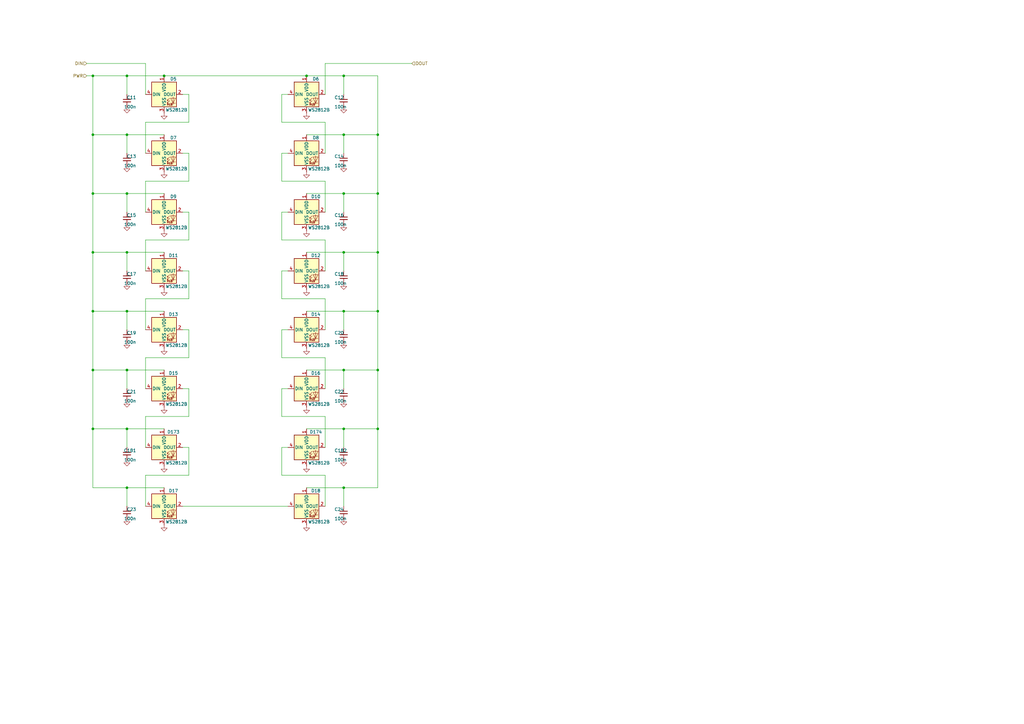
<source format=kicad_sch>
(kicad_sch (version 20230121) (generator eeschema)
  (paper "A3")
  (junction (at 154.94 79.375))
  (junction (at 140.97 31.115))
  (junction (at 52.07 175.895))
  (junction (at 154.94 175.895))
  (junction (at 52.07 103.505))
  (junction (at 140.97 55.245))
  (junction (at 67.31 31.115))
  (junction (at 140.97 79.375))
  (junction (at 52.07 31.115))
  (junction (at 52.07 127.635))
  (junction (at 140.97 175.895))
  (junction (at 38.1 175.895))
  (junction (at 38.1 31.115))
  (junction (at 154.94 127.635))
  (junction (at 140.97 127.635))
  (junction (at 52.07 79.375))
  (junction (at 154.94 103.505))
  (junction (at 38.1 127.635))
  (junction (at 38.1 55.245))
  (junction (at 52.07 55.245))
  (junction (at 140.97 200.025))
  (junction (at 140.97 151.765))
  (junction (at 38.1 151.765))
  (junction (at 38.1 103.505))
  (junction (at 140.97 103.505))
  (junction (at 52.07 200.025))
  (junction (at 154.94 151.765))
  (junction (at 125.73 31.115))
  (junction (at 52.07 151.765))
  (junction (at 154.94 55.245))
  (junction (at 38.1 79.375))
  (wire (pts (xy 38.1 31.115) (xy 38.1 55.245)))
  (wire (pts (xy 74.93 86.995) (xy 77.47 86.995)))
  (wire (pts (xy 118.11 183.515) (xy 115.57 183.515)))
  (wire (pts (xy 38.1 175.895) (xy 38.1 200.025)))
  (wire (pts (xy 154.94 103.505) (xy 140.97 103.505)))
  (wire (pts (xy 118.11 111.125) (xy 115.57 111.125)))
  (wire (pts (xy 140.97 200.025) (xy 140.97 207.645)))
  (wire (pts (xy 59.69 98.425) (xy 77.47 98.425)))
  (wire (pts (xy 59.69 194.945) (xy 77.47 194.945)))
  (wire (pts (xy 74.93 135.255) (xy 77.47 135.255)))
  (wire (pts (xy 140.97 103.505) (xy 125.73 103.505)))
  (wire (pts (xy 133.35 62.865) (xy 133.35 50.165)))
  (wire (pts (xy 140.97 79.375) (xy 125.73 79.375)))
  (wire (pts (xy 140.97 31.115) (xy 140.97 38.735)))
  (wire (pts (xy 52.07 127.635) (xy 67.31 127.635)))
  (wire (pts (xy 74.93 62.865) (xy 77.47 62.865)))
  (wire (pts (xy 154.94 200.025) (xy 140.97 200.025)))
  (wire (pts (xy 38.1 55.245) (xy 38.1 79.375)))
  (wire (pts (xy 77.47 50.165) (xy 77.47 38.735)))
  (wire (pts (xy 59.69 159.385) (xy 59.69 146.685)))
  (wire (pts (xy 154.94 127.635) (xy 154.94 151.765)))
  (wire (pts (xy 38.1 151.765) (xy 52.07 151.765)))
  (wire (pts (xy 52.07 200.025) (xy 67.31 200.025)))
  (wire (pts (xy 133.35 183.515) (xy 133.35 170.815)))
  (wire (pts (xy 140.97 79.375) (xy 140.97 86.995)))
  (wire (pts (xy 154.94 175.895) (xy 140.97 175.895)))
  (wire (pts (xy 59.69 135.255) (xy 59.69 122.555)))
  (wire (pts (xy 77.47 170.815) (xy 77.47 159.385)))
  (wire (pts (xy 133.35 50.165) (xy 115.57 50.165)))
  (wire (pts (xy 74.93 159.385) (xy 77.47 159.385)))
  (wire (pts (xy 133.35 146.685) (xy 115.57 146.685)))
  (wire (pts (xy 115.57 146.685) (xy 115.57 135.255)))
  (wire (pts (xy 118.11 135.255) (xy 115.57 135.255)))
  (wire (pts (xy 140.97 200.025) (xy 125.73 200.025)))
  (wire (pts (xy 140.97 151.765) (xy 140.97 159.385)))
  (wire (pts (xy 77.47 146.685) (xy 77.47 135.255)))
  (wire (pts (xy 52.07 200.025) (xy 52.07 207.645)))
  (wire (pts (xy 52.07 151.765) (xy 52.07 159.385)))
  (wire (pts (xy 52.07 55.245) (xy 52.07 62.865)))
  (wire (pts (xy 38.1 55.245) (xy 52.07 55.245)))
  (wire (pts (xy 38.1 79.375) (xy 38.1 103.505)))
  (wire (pts (xy 67.31 31.115) (xy 125.73 31.115)))
  (wire (pts (xy 38.1 175.895) (xy 52.07 175.895)))
  (wire (pts (xy 77.47 74.295) (xy 77.47 62.865)))
  (wire (pts (xy 52.07 175.895) (xy 67.31 175.895)))
  (wire (pts (xy 140.97 103.505) (xy 140.97 111.125)))
  (wire (pts (xy 140.97 31.115) (xy 125.73 31.115)))
  (wire (pts (xy 52.07 151.765) (xy 67.31 151.765)))
  (wire (pts (xy 59.69 74.295) (xy 77.47 74.295)))
  (wire (pts (xy 140.97 127.635) (xy 140.97 135.255)))
  (wire (pts (xy 38.1 200.025) (xy 52.07 200.025)))
  (wire (pts (xy 154.94 31.115) (xy 140.97 31.115)))
  (wire (pts (xy 140.97 55.245) (xy 140.97 62.865)))
  (wire (pts (xy 115.57 122.555) (xy 115.57 111.125)))
  (wire (pts (xy 140.97 127.635) (xy 125.73 127.635)))
  (wire (pts (xy 133.35 207.645) (xy 133.35 194.945)))
  (wire (pts (xy 38.1 103.505) (xy 52.07 103.505)))
  (wire (pts (xy 77.47 194.945) (xy 77.47 183.515)))
  (wire (pts (xy 154.94 79.375) (xy 154.94 103.505)))
  (wire (pts (xy 52.07 103.505) (xy 52.07 111.125)))
  (wire (pts (xy 154.94 127.635) (xy 140.97 127.635)))
  (wire (pts (xy 38.1 79.375) (xy 52.07 79.375)))
  (wire (pts (xy 59.69 111.125) (xy 59.69 98.425)))
  (wire (pts (xy 140.97 175.895) (xy 140.97 183.515)))
  (wire (pts (xy 118.11 86.995) (xy 115.57 86.995)))
  (wire (pts (xy 52.07 127.635) (xy 52.07 135.255)))
  (wire (pts (xy 52.07 31.115) (xy 52.07 38.735)))
  (wire (pts (xy 74.93 183.515) (xy 77.47 183.515)))
  (wire (pts (xy 52.07 55.245) (xy 67.31 55.245)))
  (wire (pts (xy 133.35 26.035) (xy 168.91 26.035)))
  (wire (pts (xy 52.07 31.115) (xy 67.31 31.115)))
  (wire (pts (xy 59.69 38.735) (xy 59.69 26.035)))
  (wire (pts (xy 38.1 103.505) (xy 38.1 127.635)))
  (wire (pts (xy 154.94 103.505) (xy 154.94 127.635)))
  (wire (pts (xy 133.35 170.815) (xy 115.57 170.815)))
  (wire (pts (xy 115.57 194.945) (xy 115.57 183.515)))
  (wire (pts (xy 74.93 38.735) (xy 77.47 38.735)))
  (wire (pts (xy 118.11 38.735) (xy 115.57 38.735)))
  (wire (pts (xy 52.07 79.375) (xy 67.31 79.375)))
  (wire (pts (xy 133.35 38.735) (xy 133.35 26.035)))
  (wire (pts (xy 115.57 74.295) (xy 115.57 62.865)))
  (wire (pts (xy 133.35 86.995) (xy 133.35 74.295)))
  (wire (pts (xy 133.35 122.555) (xy 115.57 122.555)))
  (wire (pts (xy 77.47 98.425) (xy 77.47 86.995)))
  (wire (pts (xy 133.35 74.295) (xy 115.57 74.295)))
  (wire (pts (xy 59.69 146.685) (xy 77.47 146.685)))
  (wire (pts (xy 133.35 159.385) (xy 133.35 146.685)))
  (wire (pts (xy 35.56 31.115) (xy 38.1 31.115)))
  (wire (pts (xy 77.47 122.555) (xy 77.47 111.125)))
  (wire (pts (xy 115.57 98.425) (xy 115.57 86.995)))
  (wire (pts (xy 52.07 103.505) (xy 67.31 103.505)))
  (wire (pts (xy 133.35 194.945) (xy 115.57 194.945)))
  (wire (pts (xy 52.07 175.895) (xy 52.07 183.515)))
  (wire (pts (xy 38.1 127.635) (xy 52.07 127.635)))
  (wire (pts (xy 140.97 175.895) (xy 125.73 175.895)))
  (wire (pts (xy 154.94 31.115) (xy 154.94 55.245)))
  (wire (pts (xy 154.94 151.765) (xy 140.97 151.765)))
  (wire (pts (xy 133.35 135.255) (xy 133.35 122.555)))
  (wire (pts (xy 154.94 151.765) (xy 154.94 175.895)))
  (wire (pts (xy 59.69 170.815) (xy 77.47 170.815)))
  (wire (pts (xy 154.94 79.375) (xy 140.97 79.375)))
  (wire (pts (xy 133.35 98.425) (xy 115.57 98.425)))
  (wire (pts (xy 74.93 111.125) (xy 77.47 111.125)))
  (wire (pts (xy 59.69 50.165) (xy 77.47 50.165)))
  (wire (pts (xy 154.94 55.245) (xy 140.97 55.245)))
  (wire (pts (xy 115.57 50.165) (xy 115.57 38.735)))
  (wire (pts (xy 118.11 62.865) (xy 115.57 62.865)))
  (wire (pts (xy 38.1 151.765) (xy 38.1 175.895)))
  (wire (pts (xy 115.57 170.815) (xy 115.57 159.385)))
  (wire (pts (xy 38.1 127.635) (xy 38.1 151.765)))
  (wire (pts (xy 154.94 55.245) (xy 154.94 79.375)))
  (wire (pts (xy 59.69 122.555) (xy 77.47 122.555)))
  (wire (pts (xy 154.94 175.895) (xy 154.94 200.025)))
  (wire (pts (xy 140.97 151.765) (xy 125.73 151.765)))
  (wire (pts (xy 59.69 86.995) (xy 59.69 74.295)))
  (wire (pts (xy 74.93 207.645) (xy 118.11 207.645)))
  (wire (pts (xy 59.69 207.645) (xy 59.69 194.945)))
  (wire (pts (xy 35.56 26.035) (xy 59.69 26.035)))
  (wire (pts (xy 118.11 159.385) (xy 115.57 159.385)))
  (wire (pts (xy 59.69 62.865) (xy 59.69 50.165)))
  (wire (pts (xy 140.97 55.245) (xy 125.73 55.245)))
  (wire (pts (xy 133.35 111.125) (xy 133.35 98.425)))
  (wire (pts (xy 59.69 183.515) (xy 59.69 170.815)))
  (wire (pts (xy 52.07 79.375) (xy 52.07 86.995)))
  (wire (pts (xy 38.1 31.115) (xy 52.07 31.115)))
  (hierarchical_label "DIN" (shape input) (at 35.56 26.035 180))
  (hierarchical_label "PWR" (shape input) (at 35.56 31.115 180))
  (hierarchical_label "DOUT" (shape input) (at 168.91 26.035 0))
  (symbol (lib_name "GND_29") (lib_id "power:GND") (at 52.07 140.335 0) (mirror y) (unit 1)
    (property "Reference" "#PWR0145" (effects hide))
    (property "Value" "GND" (effects hide))
    (instances (project "CyberBadge" (path "" (reference "#PWR0145") (unit 1)) (path "" (reference "#PWR0265") (unit 1)) (path "" (reference "#PWR0377") (unit 1)) (path "" (reference "#PWR0546") (unit 1)) (path "" (reference "#PWR0181") (unit 1)) (path "" (reference "#PWR0293") (unit 1)) (path "" (reference "#PWR0405") (unit 1)) (path "" (reference "#PWR0578") (unit 1)) (path "" (reference "#PWR0209") (unit 1)) (path "" (reference "#PWR0321") (unit 1)) (path "" (reference "#PWR0441") (unit 1)) (path "" (reference "#PWR0610") (unit 1)) (path "" (reference "#PWR0237") (unit 1)) (path "" (reference "#PWR0349") (unit 1)) (path "" (reference "#PWR0469") (unit 1)) (path "" (reference "#PWR0642") (unit 1))))
  )
  (symbol (lib_id "Device:C_Small") (at 140.97 41.275 0) (unit 1)
    (property "Reference" "C12" (at 137.16 40.005 0) (effects (justify left)))
    (property "Value" "100n" (at 137.16 43.815 0) (effects (justify left)))
    (property "Footprint" "Capacitor_SMD:C_0201_0603Metric" (effects hide))
    (instances (project "CyberBadge" (path "" (reference "C12") (unit 1)) (path "" (reference "C68") (unit 1)) (path "" (reference "C124") (unit 1)) (path "" (reference "C206") (unit 1)) (path "" (reference "C26") (unit 1)) (path "" (reference "C82") (unit 1)) (path "" (reference "C138") (unit 1)) (path "" (reference "C222") (unit 1)) (path "" (reference "C40") (unit 1)) (path "" (reference "C96") (unit 1)) (path "" (reference "C152") (unit 1)) (path "" (reference "C238") (unit 1)) (path "" (reference "C54") (unit 1)) (path "" (reference "C110") (unit 1)) (path "" (reference "C166") (unit 1)) (path "" (reference "C254") (unit 1))))
  )
  (symbol (lib_name "GND_29") (lib_id "power:GND") (at 125.73 70.485 0) (unit 1)
    (property "Reference" "#PWR0163" (effects hide))
    (property "Value" "GND" (effects hide))
    (instances (project "CyberBadge" (path "" (reference "#PWR0163") (unit 1)) (path "" (reference "#PWR0283") (unit 1)) (path "" (reference "#PWR0395") (unit 1)) (path "" (reference "#PWR0551") (unit 1)) (path "" (reference "#PWR0199") (unit 1)) (path "" (reference "#PWR0311") (unit 1)) (path "" (reference "#PWR0423") (unit 1)) (path "" (reference "#PWR0583") (unit 1)) (path "" (reference "#PWR0227") (unit 1)) (path "" (reference "#PWR0339") (unit 1)) (path "" (reference "#PWR0453") (unit 1)) (path "" (reference "#PWR0615") (unit 1)) (path "" (reference "#PWR0255") (unit 1)) (path "" (reference "#PWR0367") (unit 1)) (path "" (reference "#PWR0481") (unit 1)) (path "" (reference "#PWR0647") (unit 1))))
  )
  (symbol (lib_id "Device:C_Small") (at 140.97 161.925 0) (unit 1)
    (property "Reference" "C22" (at 137.16 160.655 0) (effects (justify left)))
    (property "Value" "100n" (at 137.16 164.465 0) (effects (justify left)))
    (property "Footprint" "Capacitor_SMD:C_0201_0603Metric" (effects hide))
    (instances (project "CyberBadge" (path "" (reference "C22") (unit 1)) (path "" (reference "C78") (unit 1)) (path "" (reference "C134") (unit 1)) (path "" (reference "C216") (unit 1)) (path "" (reference "C36") (unit 1)) (path "" (reference "C92") (unit 1)) (path "" (reference "C148") (unit 1)) (path "" (reference "C232") (unit 1)) (path "" (reference "C50") (unit 1)) (path "" (reference "C106") (unit 1)) (path "" (reference "C162") (unit 1)) (path "" (reference "C248") (unit 1)) (path "" (reference "C64") (unit 1)) (path "" (reference "C120") (unit 1)) (path "" (reference "C176") (unit 1)) (path "" (reference "C264") (unit 1))))
  )
  (symbol (lib_id "Device:C_Small") (at 140.97 186.055 0) (unit 1)
    (property "Reference" "C182" (at 137.16 184.785 0) (effects (justify left)))
    (property "Value" "100n" (at 137.16 188.595 0) (effects (justify left)))
    (property "Footprint" "Capacitor_SMD:C_0201_0603Metric" (effects hide))
    (instances (project "CyberBadge" (path "" (reference "C182") (unit 1)) (path "" (reference "C190") (unit 1)) (path "" (reference "C198") (unit 1)) (path "" (reference "C218") (unit 1)) (path "" (reference "C184") (unit 1)) (path "" (reference "C192") (unit 1)) (path "" (reference "C200") (unit 1)) (path "" (reference "C234") (unit 1)) (path "" (reference "C186") (unit 1)) (path "" (reference "C194") (unit 1)) (path "" (reference "C202") (unit 1)) (path "" (reference "C250") (unit 1)) (path "" (reference "C188") (unit 1)) (path "" (reference "C196") (unit 1)) (path "" (reference "C204") (unit 1)) (path "" (reference "C266") (unit 1))))
  )
  (symbol (lib_id "Device:C_Small") (at 52.07 161.925 0) (mirror y) (unit 1)
    (property "Reference" "C21" (at 55.88 160.655 0) (effects (justify left)))
    (property "Value" "100n" (at 55.88 164.465 0) (effects (justify left)))
    (property "Footprint" "Capacitor_SMD:C_0201_0603Metric" (effects hide))
    (instances (project "CyberBadge" (path "" (reference "C21") (unit 1)) (path "" (reference "C77") (unit 1)) (path "" (reference "C133") (unit 1)) (path "" (reference "C215") (unit 1)) (path "" (reference "C35") (unit 1)) (path "" (reference "C91") (unit 1)) (path "" (reference "C147") (unit 1)) (path "" (reference "C231") (unit 1)) (path "" (reference "C49") (unit 1)) (path "" (reference "C105") (unit 1)) (path "" (reference "C161") (unit 1)) (path "" (reference "C247") (unit 1)) (path "" (reference "C63") (unit 1)) (path "" (reference "C119") (unit 1)) (path "" (reference "C175") (unit 1)) (path "" (reference "C263") (unit 1))))
  )
  (symbol (lib_name "GND_29") (lib_id "power:GND") (at 52.07 164.465 0) (mirror y) (unit 1)
    (property "Reference" "#PWR0151" (effects hide))
    (property "Value" "GND" (effects hide))
    (instances (project "CyberBadge" (path "" (reference "#PWR0151") (unit 1)) (path "" (reference "#PWR0271") (unit 1)) (path "" (reference "#PWR0383") (unit 1)) (path "" (reference "#PWR0558") (unit 1)) (path "" (reference "#PWR0187") (unit 1)) (path "" (reference "#PWR0299") (unit 1)) (path "" (reference "#PWR0411") (unit 1)) (path "" (reference "#PWR0590") (unit 1)) (path "" (reference "#PWR0215") (unit 1)) (path "" (reference "#PWR0327") (unit 1)) (path "" (reference "#PWR0440") (unit 1)) (path "" (reference "#PWR0622") (unit 1)) (path "" (reference "#PWR0243") (unit 1)) (path "" (reference "#PWR0355") (unit 1)) (path "" (reference "#PWR0468") (unit 1)) (path "" (reference "#PWR0654") (unit 1))))
  )
  (symbol (lib_name "GND_29") (lib_id "power:GND") (at 67.31 142.875 0) (unit 1)
    (property "Reference" "#PWR0146" (effects hide))
    (property "Value" "GND" (effects hide))
    (instances (project "CyberBadge" (path "" (reference "#PWR0146") (unit 1)) (path "" (reference "#PWR0266") (unit 1)) (path "" (reference "#PWR0378") (unit 1)) (path "" (reference "#PWR0544") (unit 1)) (path "" (reference "#PWR0182") (unit 1)) (path "" (reference "#PWR0294") (unit 1)) (path "" (reference "#PWR0406") (unit 1)) (path "" (reference "#PWR0576") (unit 1)) (path "" (reference "#PWR0210") (unit 1)) (path "" (reference "#PWR0322") (unit 1)) (path "" (reference "#PWR0435") (unit 1)) (path "" (reference "#PWR0608") (unit 1)) (path "" (reference "#PWR0238") (unit 1)) (path "" (reference "#PWR0350") (unit 1)) (path "" (reference "#PWR0463") (unit 1)) (path "" (reference "#PWR0640") (unit 1))))
  )
  (symbol (lib_id "Device:C_Small") (at 140.97 137.795 0) (unit 1)
    (property "Reference" "C20" (at 137.16 136.525 0) (effects (justify left)))
    (property "Value" "100n" (at 137.16 140.335 0) (effects (justify left)))
    (property "Footprint" "Capacitor_SMD:C_0201_0603Metric" (effects hide))
    (instances (project "CyberBadge" (path "" (reference "C20") (unit 1)) (path "" (reference "C76") (unit 1)) (path "" (reference "C132") (unit 1)) (path "" (reference "C214") (unit 1)) (path "" (reference "C34") (unit 1)) (path "" (reference "C90") (unit 1)) (path "" (reference "C146") (unit 1)) (path "" (reference "C230") (unit 1)) (path "" (reference "C48") (unit 1)) (path "" (reference "C104") (unit 1)) (path "" (reference "C160") (unit 1)) (path "" (reference "C246") (unit 1)) (path "" (reference "C62") (unit 1)) (path "" (reference "C118") (unit 1)) (path "" (reference "C174") (unit 1)) (path "" (reference "C262") (unit 1))))
  )
  (symbol (lib_id "LED:WS2812B") (at 67.31 62.865 0) (unit 1)
    (property "Reference" "D7" (at 71.12 56.515 0))
    (property "Value" "WS2812B" (at 72.39 69.215 0))
    (property "Footprint" "Critbit_lib:LED_WS2812B-2020_pinsRenumbered" (effects hide))
    (property "Datasheet" "https://cdn-shop.adafruit.com/datasheets/WS2812B.pdf" (effects hide))
    (instances (project "CyberBadge" (path "" (reference "D7") (unit 1)) (path "" (reference "D63") (unit 1)) (path "" (reference "D119") (unit 1)) (path "" (reference "D199") (unit 1)) (path "" (reference "D21") (unit 1)) (path "" (reference "D77") (unit 1)) (path "" (reference "D133") (unit 1)) (path "" (reference "D215") (unit 1)) (path "" (reference "D35") (unit 1)) (path "" (reference "D91") (unit 1)) (path "" (reference "D147") (unit 1)) (path "" (reference "D231") (unit 1)) (path "" (reference "D49") (unit 1)) (path "" (reference "D105") (unit 1)) (path "" (reference "D161") (unit 1)) (path "" (reference "D247") (unit 1))))
  )
  (symbol (lib_name "GND_29") (lib_id "power:GND") (at 140.97 212.725 0) (unit 1)
    (property "Reference" "#PWR0144" (effects hide))
    (property "Value" "GND" (effects hide))
    (instances (project "CyberBadge" (path "" (reference "#PWR0144") (unit 1)) (path "" (reference "#PWR0264") (unit 1)) (path "" (reference "#PWR0376") (unit 1)) (path "" (reference "#PWR0567") (unit 1)) (path "" (reference "#PWR0180") (unit 1)) (path "" (reference "#PWR0292") (unit 1)) (path "" (reference "#PWR0404") (unit 1)) (path "" (reference "#PWR0599") (unit 1)) (path "" (reference "#PWR0208") (unit 1)) (path "" (reference "#PWR0320") (unit 1)) (path "" (reference "#PWR0431") (unit 1)) (path "" (reference "#PWR0631") (unit 1)) (path "" (reference "#PWR0236") (unit 1)) (path "" (reference "#PWR0348") (unit 1)) (path "" (reference "#PWR0459") (unit 1)) (path "" (reference "#PWR0663") (unit 1))))
  )
  (symbol (lib_id "LED:WS2812B") (at 125.73 38.735 0) (unit 1)
    (property "Reference" "D6" (at 129.54 32.385 0))
    (property "Value" "WS2812B" (at 130.81 45.085 0))
    (property "Footprint" "Critbit_lib:LED_WS2812B-2020_pinsRenumbered" (effects hide))
    (property "Datasheet" "https://cdn-shop.adafruit.com/datasheets/WS2812B.pdf" (effects hide))
    (instances (project "CyberBadge" (path "" (reference "D6") (unit 1)) (path "" (reference "D62") (unit 1)) (path "" (reference "D118") (unit 1)) (path "" (reference "D198") (unit 1)) (path "" (reference "D20") (unit 1)) (path "" (reference "D76") (unit 1)) (path "" (reference "D132") (unit 1)) (path "" (reference "D214") (unit 1)) (path "" (reference "D34") (unit 1)) (path "" (reference "D90") (unit 1)) (path "" (reference "D146") (unit 1)) (path "" (reference "D230") (unit 1)) (path "" (reference "D48") (unit 1)) (path "" (reference "D104") (unit 1)) (path "" (reference "D160") (unit 1)) (path "" (reference "D246") (unit 1))))
  )
  (symbol (lib_id "LED:WS2812B") (at 125.73 62.865 0) (unit 1)
    (property "Reference" "D8" (at 129.54 56.515 0))
    (property "Value" "WS2812B" (at 130.81 69.215 0))
    (property "Footprint" "Critbit_lib:LED_WS2812B-2020_pinsRenumbered" (effects hide))
    (property "Datasheet" "https://cdn-shop.adafruit.com/datasheets/WS2812B.pdf" (effects hide))
    (instances (project "CyberBadge" (path "" (reference "D8") (unit 1)) (path "" (reference "D64") (unit 1)) (path "" (reference "D120") (unit 1)) (path "" (reference "D200") (unit 1)) (path "" (reference "D22") (unit 1)) (path "" (reference "D78") (unit 1)) (path "" (reference "D134") (unit 1)) (path "" (reference "D216") (unit 1)) (path "" (reference "D36") (unit 1)) (path "" (reference "D92") (unit 1)) (path "" (reference "D148") (unit 1)) (path "" (reference "D232") (unit 1)) (path "" (reference "D50") (unit 1)) (path "" (reference "D106") (unit 1)) (path "" (reference "D162") (unit 1)) (path "" (reference "D248") (unit 1))))
  )
  (symbol (lib_id "LED:WS2812B") (at 67.31 207.645 0) (unit 1)
    (property "Reference" "D17" (at 71.12 201.295 0))
    (property "Value" "WS2812B" (at 72.39 213.995 0))
    (property "Footprint" "Critbit_lib:LED_WS2812B-2020_pinsRenumbered" (effects hide))
    (property "Datasheet" "https://cdn-shop.adafruit.com/datasheets/WS2812B.pdf" (effects hide))
    (instances (project "CyberBadge" (path "" (reference "D17") (unit 1)) (path "" (reference "D73") (unit 1)) (path "" (reference "D129") (unit 1)) (path "" (reference "D211") (unit 1)) (path "" (reference "D31") (unit 1)) (path "" (reference "D87") (unit 1)) (path "" (reference "D143") (unit 1)) (path "" (reference "D227") (unit 1)) (path "" (reference "D45") (unit 1)) (path "" (reference "D101") (unit 1)) (path "" (reference "D157") (unit 1)) (path "" (reference "D243") (unit 1)) (path "" (reference "D59") (unit 1)) (path "" (reference "D115") (unit 1)) (path "" (reference "D171") (unit 1)) (path "" (reference "D259") (unit 1))))
  )
  (symbol (lib_id "LED:WS2812B") (at 67.31 38.735 0) (unit 1)
    (property "Reference" "D5" (at 71.12 32.385 0))
    (property "Value" "WS2812B" (at 72.39 45.085 0))
    (property "Footprint" "Critbit_lib:LED_WS2812B-2020_pinsRenumbered" (effects hide))
    (property "Datasheet" "https://cdn-shop.adafruit.com/datasheets/WS2812B.pdf" (effects hide))
    (instances (project "CyberBadge" (path "" (reference "D5") (unit 1)) (path "" (reference "D61") (unit 1)) (path "" (reference "D117") (unit 1)) (path "" (reference "D197") (unit 1)) (path "" (reference "D19") (unit 1)) (path "" (reference "D75") (unit 1)) (path "" (reference "D131") (unit 1)) (path "" (reference "D213") (unit 1)) (path "" (reference "D33") (unit 1)) (path "" (reference "D89") (unit 1)) (path "" (reference "D145") (unit 1)) (path "" (reference "D229") (unit 1)) (path "" (reference "D47") (unit 1)) (path "" (reference "D103") (unit 1)) (path "" (reference "D159") (unit 1)) (path "" (reference "D245") (unit 1))))
  )
  (symbol (lib_name "GND_29") (lib_id "power:GND") (at 67.31 215.265 0) (unit 1)
    (property "Reference" "#PWR0148" (effects hide))
    (property "Value" "GND" (effects hide))
    (instances (project "CyberBadge" (path "" (reference "#PWR0148") (unit 1)) (path "" (reference "#PWR0268") (unit 1)) (path "" (reference "#PWR0380") (unit 1)) (path "" (reference "#PWR0562") (unit 1)) (path "" (reference "#PWR0184") (unit 1)) (path "" (reference "#PWR0296") (unit 1)) (path "" (reference "#PWR0408") (unit 1)) (path "" (reference "#PWR0594") (unit 1)) (path "" (reference "#PWR0212") (unit 1)) (path "" (reference "#PWR0324") (unit 1)) (path "" (reference "#PWR0436") (unit 1)) (path "" (reference "#PWR0626") (unit 1)) (path "" (reference "#PWR0240") (unit 1)) (path "" (reference "#PWR0352") (unit 1)) (path "" (reference "#PWR0464") (unit 1)) (path "" (reference "#PWR0658") (unit 1))))
  )
  (symbol (lib_name "GND_29") (lib_id "power:GND") (at 52.07 116.205 0) (mirror y) (unit 1)
    (property "Reference" "#PWR0150" (effects hide))
    (property "Value" "GND" (effects hide))
    (instances (project "CyberBadge" (path "" (reference "#PWR0150") (unit 1)) (path "" (reference "#PWR0270") (unit 1)) (path "" (reference "#PWR0382") (unit 1)) (path "" (reference "#PWR0543") (unit 1)) (path "" (reference "#PWR0186") (unit 1)) (path "" (reference "#PWR0298") (unit 1)) (path "" (reference "#PWR0410") (unit 1)) (path "" (reference "#PWR0575") (unit 1)) (path "" (reference "#PWR0214") (unit 1)) (path "" (reference "#PWR0326") (unit 1)) (path "" (reference "#PWR0442") (unit 1)) (path "" (reference "#PWR0607") (unit 1)) (path "" (reference "#PWR0242") (unit 1)) (path "" (reference "#PWR0354") (unit 1)) (path "" (reference "#PWR0470") (unit 1)) (path "" (reference "#PWR0639") (unit 1))))
  )
  (symbol (lib_id "Device:C_Small") (at 52.07 41.275 0) (mirror y) (unit 1)
    (property "Reference" "C11" (at 55.88 40.005 0) (effects (justify left)))
    (property "Value" "100n" (at 55.88 43.815 0) (effects (justify left)))
    (property "Footprint" "Capacitor_SMD:C_0201_0603Metric" (effects hide))
    (instances (project "CyberBadge" (path "" (reference "C11") (unit 1)) (path "" (reference "C67") (unit 1)) (path "" (reference "C123") (unit 1)) (path "" (reference "C205") (unit 1)) (path "" (reference "C25") (unit 1)) (path "" (reference "C81") (unit 1)) (path "" (reference "C137") (unit 1)) (path "" (reference "C221") (unit 1)) (path "" (reference "C39") (unit 1)) (path "" (reference "C95") (unit 1)) (path "" (reference "C151") (unit 1)) (path "" (reference "C237") (unit 1)) (path "" (reference "C53") (unit 1)) (path "" (reference "C109") (unit 1)) (path "" (reference "C165") (unit 1)) (path "" (reference "C253") (unit 1))))
  )
  (symbol (lib_id "LED:WS2812B") (at 125.73 111.125 0) (unit 1)
    (property "Reference" "D12" (at 129.54 104.775 0))
    (property "Value" "WS2812B" (at 130.81 117.475 0))
    (property "Footprint" "Critbit_lib:LED_WS2812B-2020_pinsRenumbered" (effects hide))
    (property "Datasheet" "https://cdn-shop.adafruit.com/datasheets/WS2812B.pdf" (effects hide))
    (instances (project "CyberBadge" (path "" (reference "D12") (unit 1)) (path "" (reference "D68") (unit 1)) (path "" (reference "D124") (unit 1)) (path "" (reference "D204") (unit 1)) (path "" (reference "D26") (unit 1)) (path "" (reference "D82") (unit 1)) (path "" (reference "D138") (unit 1)) (path "" (reference "D220") (unit 1)) (path "" (reference "D40") (unit 1)) (path "" (reference "D96") (unit 1)) (path "" (reference "D152") (unit 1)) (path "" (reference "D236") (unit 1)) (path "" (reference "D54") (unit 1)) (path "" (reference "D110") (unit 1)) (path "" (reference "D166") (unit 1)) (path "" (reference "D252") (unit 1))))
  )
  (symbol (lib_name "GND_29") (lib_id "power:GND") (at 67.31 191.135 0) (unit 1)
    (property "Reference" "#PWR0492" (effects hide))
    (property "Value" "GND" (effects hide))
    (instances (project "CyberBadge" (path "" (reference "#PWR0492") (unit 1)) (path "" (reference "#PWR0508") (unit 1)) (path "" (reference "#PWR0524") (unit 1)) (path "" (reference "#PWR0557") (unit 1)) (path "" (reference "#PWR0496") (unit 1)) (path "" (reference "#PWR0512") (unit 1)) (path "" (reference "#PWR0528") (unit 1)) (path "" (reference "#PWR0589") (unit 1)) (path "" (reference "#PWR0500") (unit 1)) (path "" (reference "#PWR0516") (unit 1)) (path "" (reference "#PWR0532") (unit 1)) (path "" (reference "#PWR0621") (unit 1)) (path "" (reference "#PWR0504") (unit 1)) (path "" (reference "#PWR0520") (unit 1)) (path "" (reference "#PWR0536") (unit 1)) (path "" (reference "#PWR0653") (unit 1))))
  )
  (symbol (lib_id "Device:C_Small") (at 140.97 113.665 0) (unit 1)
    (property "Reference" "C18" (at 137.16 112.395 0) (effects (justify left)))
    (property "Value" "100n" (at 137.16 116.205 0) (effects (justify left)))
    (property "Footprint" "Capacitor_SMD:C_0201_0603Metric" (effects hide))
    (instances (project "CyberBadge" (path "" (reference "C18") (unit 1)) (path "" (reference "C74") (unit 1)) (path "" (reference "C130") (unit 1)) (path "" (reference "C212") (unit 1)) (path "" (reference "C32") (unit 1)) (path "" (reference "C88") (unit 1)) (path "" (reference "C144") (unit 1)) (path "" (reference "C228") (unit 1)) (path "" (reference "C46") (unit 1)) (path "" (reference "C102") (unit 1)) (path "" (reference "C158") (unit 1)) (path "" (reference "C244") (unit 1)) (path "" (reference "C60") (unit 1)) (path "" (reference "C116") (unit 1)) (path "" (reference "C172") (unit 1)) (path "" (reference "C260") (unit 1))))
  )
  (symbol (lib_name "GND_29") (lib_id "power:GND") (at 140.97 92.075 0) (unit 1)
    (property "Reference" "#PWR0161" (effects hide))
    (property "Value" "GND" (effects hide))
    (instances (project "CyberBadge" (path "" (reference "#PWR0161") (unit 1)) (path "" (reference "#PWR0281") (unit 1)) (path "" (reference "#PWR0393") (unit 1)) (path "" (reference "#PWR0550") (unit 1)) (path "" (reference "#PWR0197") (unit 1)) (path "" (reference "#PWR0309") (unit 1)) (path "" (reference "#PWR0421") (unit 1)) (path "" (reference "#PWR0582") (unit 1)) (path "" (reference "#PWR0225") (unit 1)) (path "" (reference "#PWR0337") (unit 1)) (path "" (reference "#PWR0452") (unit 1)) (path "" (reference "#PWR0614") (unit 1)) (path "" (reference "#PWR0253") (unit 1)) (path "" (reference "#PWR0365") (unit 1)) (path "" (reference "#PWR0480") (unit 1)) (path "" (reference "#PWR0646") (unit 1))))
  )
  (symbol (lib_name "GND_29") (lib_id "power:GND") (at 52.07 43.815 0) (mirror y) (unit 1)
    (property "Reference" "#PWR0157" (effects hide))
    (property "Value" "GND" (effects hide))
    (instances (project "CyberBadge" (path "" (reference "#PWR0157") (unit 1)) (path "" (reference "#PWR0277") (unit 1)) (path "" (reference "#PWR0389") (unit 1)) (path "" (reference "#PWR0570") (unit 1)) (path "" (reference "#PWR0193") (unit 1)) (path "" (reference "#PWR0305") (unit 1)) (path "" (reference "#PWR0417") (unit 1)) (path "" (reference "#PWR0602") (unit 1)) (path "" (reference "#PWR0221") (unit 1)) (path "" (reference "#PWR0333") (unit 1)) (path "" (reference "#PWR0447") (unit 1)) (path "" (reference "#PWR0634") (unit 1)) (path "" (reference "#PWR0249") (unit 1)) (path "" (reference "#PWR0361") (unit 1)) (path "" (reference "#PWR0475") (unit 1)) (path "" (reference "#PWR0666") (unit 1))))
  )
  (symbol (lib_id "Device:C_Small") (at 52.07 65.405 0) (mirror y) (unit 1)
    (property "Reference" "C13" (at 55.88 64.135 0) (effects (justify left)))
    (property "Value" "100n" (at 55.88 67.945 0) (effects (justify left)))
    (property "Footprint" "Capacitor_SMD:C_0201_0603Metric" (effects hide))
    (instances (project "CyberBadge" (path "" (reference "C13") (unit 1)) (path "" (reference "C69") (unit 1)) (path "" (reference "C125") (unit 1)) (path "" (reference "C207") (unit 1)) (path "" (reference "C27") (unit 1)) (path "" (reference "C83") (unit 1)) (path "" (reference "C139") (unit 1)) (path "" (reference "C223") (unit 1)) (path "" (reference "C41") (unit 1)) (path "" (reference "C97") (unit 1)) (path "" (reference "C153") (unit 1)) (path "" (reference "C239") (unit 1)) (path "" (reference "C55") (unit 1)) (path "" (reference "C111") (unit 1)) (path "" (reference "C167") (unit 1)) (path "" (reference "C255") (unit 1))))
  )
  (symbol (lib_name "GND_29") (lib_id "power:GND") (at 125.73 191.135 0) (unit 1)
    (property "Reference" "#PWR0494" (effects hide))
    (property "Value" "GND" (effects hide))
    (instances (project "CyberBadge" (path "" (reference "#PWR0494") (unit 1)) (path "" (reference "#PWR0510") (unit 1)) (path "" (reference "#PWR0526") (unit 1)) (path "" (reference "#PWR0564") (unit 1)) (path "" (reference "#PWR0498") (unit 1)) (path "" (reference "#PWR0514") (unit 1)) (path "" (reference "#PWR0530") (unit 1)) (path "" (reference "#PWR0596") (unit 1)) (path "" (reference "#PWR0502") (unit 1)) (path "" (reference "#PWR0518") (unit 1)) (path "" (reference "#PWR0534") (unit 1)) (path "" (reference "#PWR0628") (unit 1)) (path "" (reference "#PWR0506") (unit 1)) (path "" (reference "#PWR0522") (unit 1)) (path "" (reference "#PWR0538") (unit 1)) (path "" (reference "#PWR0660") (unit 1))))
  )
  (symbol (lib_id "Device:C_Small") (at 140.97 210.185 0) (unit 1)
    (property "Reference" "C24" (at 137.16 208.915 0) (effects (justify left)))
    (property "Value" "100n" (at 137.16 212.725 0) (effects (justify left)))
    (property "Footprint" "Capacitor_SMD:C_0201_0603Metric" (effects hide))
    (instances (project "CyberBadge" (path "" (reference "C24") (unit 1)) (path "" (reference "C80") (unit 1)) (path "" (reference "C136") (unit 1)) (path "" (reference "C220") (unit 1)) (path "" (reference "C38") (unit 1)) (path "" (reference "C94") (unit 1)) (path "" (reference "C150") (unit 1)) (path "" (reference "C236") (unit 1)) (path "" (reference "C52") (unit 1)) (path "" (reference "C108") (unit 1)) (path "" (reference "C164") (unit 1)) (path "" (reference "C252") (unit 1)) (path "" (reference "C66") (unit 1)) (path "" (reference "C122") (unit 1)) (path "" (reference "C178") (unit 1)) (path "" (reference "C268") (unit 1))))
  )
  (symbol (lib_name "GND_29") (lib_id "power:GND") (at 67.31 167.005 0) (unit 1)
    (property "Reference" "#PWR0152" (effects hide))
    (property "Value" "GND" (effects hide))
    (instances (project "CyberBadge" (path "" (reference "#PWR0152") (unit 1)) (path "" (reference "#PWR0272") (unit 1)) (path "" (reference "#PWR0384") (unit 1)) (path "" (reference "#PWR0559") (unit 1)) (path "" (reference "#PWR0188") (unit 1)) (path "" (reference "#PWR0300") (unit 1)) (path "" (reference "#PWR0412") (unit 1)) (path "" (reference "#PWR0591") (unit 1)) (path "" (reference "#PWR0216") (unit 1)) (path "" (reference "#PWR0328") (unit 1)) (path "" (reference "#PWR0439") (unit 1)) (path "" (reference "#PWR0623") (unit 1)) (path "" (reference "#PWR0244") (unit 1)) (path "" (reference "#PWR0356") (unit 1)) (path "" (reference "#PWR0467") (unit 1)) (path "" (reference "#PWR0655") (unit 1))))
  )
  (symbol (lib_id "Device:C_Small") (at 140.97 65.405 0) (unit 1)
    (property "Reference" "C14" (at 137.16 64.135 0) (effects (justify left)))
    (property "Value" "100n" (at 137.16 67.945 0) (effects (justify left)))
    (property "Footprint" "Capacitor_SMD:C_0201_0603Metric" (effects hide))
    (instances (project "CyberBadge" (path "" (reference "C14") (unit 1)) (path "" (reference "C70") (unit 1)) (path "" (reference "C126") (unit 1)) (path "" (reference "C208") (unit 1)) (path "" (reference "C28") (unit 1)) (path "" (reference "C84") (unit 1)) (path "" (reference "C140") (unit 1)) (path "" (reference "C224") (unit 1)) (path "" (reference "C42") (unit 1)) (path "" (reference "C98") (unit 1)) (path "" (reference "C154") (unit 1)) (path "" (reference "C240") (unit 1)) (path "" (reference "C56") (unit 1)) (path "" (reference "C112") (unit 1)) (path "" (reference "C168") (unit 1)) (path "" (reference "C256") (unit 1))))
  )
  (symbol (lib_name "GND_29") (lib_id "power:GND") (at 140.97 67.945 0) (unit 1)
    (property "Reference" "#PWR0164" (effects hide))
    (property "Value" "GND" (effects hide))
    (instances (project "CyberBadge" (path "" (reference "#PWR0164") (unit 1)) (path "" (reference "#PWR0284") (unit 1)) (path "" (reference "#PWR0396") (unit 1)) (path "" (reference "#PWR0549") (unit 1)) (path "" (reference "#PWR0200") (unit 1)) (path "" (reference "#PWR0312") (unit 1)) (path "" (reference "#PWR0424") (unit 1)) (path "" (reference "#PWR0581") (unit 1)) (path "" (reference "#PWR0228") (unit 1)) (path "" (reference "#PWR0340") (unit 1)) (path "" (reference "#PWR0454") (unit 1)) (path "" (reference "#PWR0613") (unit 1)) (path "" (reference "#PWR0256") (unit 1)) (path "" (reference "#PWR0368") (unit 1)) (path "" (reference "#PWR0482") (unit 1)) (path "" (reference "#PWR0645") (unit 1))))
  )
  (symbol (lib_name "GND_29") (lib_id "power:GND") (at 140.97 43.815 0) (unit 1)
    (property "Reference" "#PWR0165" (effects hide))
    (property "Value" "GND" (effects hide))
    (instances (project "CyberBadge" (path "" (reference "#PWR0165") (unit 1)) (path "" (reference "#PWR0285") (unit 1)) (path "" (reference "#PWR0397") (unit 1)) (path "" (reference "#PWR0548") (unit 1)) (path "" (reference "#PWR0201") (unit 1)) (path "" (reference "#PWR0313") (unit 1)) (path "" (reference "#PWR0425") (unit 1)) (path "" (reference "#PWR0580") (unit 1)) (path "" (reference "#PWR0229") (unit 1)) (path "" (reference "#PWR0341") (unit 1)) (path "" (reference "#PWR0455") (unit 1)) (path "" (reference "#PWR0612") (unit 1)) (path "" (reference "#PWR0257") (unit 1)) (path "" (reference "#PWR0369") (unit 1)) (path "" (reference "#PWR0483") (unit 1)) (path "" (reference "#PWR0644") (unit 1))))
  )
  (symbol (lib_id "LED:WS2812B") (at 125.73 159.385 0) (unit 1)
    (property "Reference" "D16" (at 129.54 153.035 0))
    (property "Value" "WS2812B" (at 130.81 165.735 0))
    (property "Footprint" "Critbit_lib:LED_WS2812B-2020_pinsRenumbered" (effects hide))
    (property "Datasheet" "https://cdn-shop.adafruit.com/datasheets/WS2812B.pdf" (effects hide))
    (instances (project "CyberBadge" (path "" (reference "D16") (unit 1)) (path "" (reference "D72") (unit 1)) (path "" (reference "D128") (unit 1)) (path "" (reference "D208") (unit 1)) (path "" (reference "D30") (unit 1)) (path "" (reference "D86") (unit 1)) (path "" (reference "D142") (unit 1)) (path "" (reference "D224") (unit 1)) (path "" (reference "D44") (unit 1)) (path "" (reference "D100") (unit 1)) (path "" (reference "D156") (unit 1)) (path "" (reference "D240") (unit 1)) (path "" (reference "D58") (unit 1)) (path "" (reference "D114") (unit 1)) (path "" (reference "D170") (unit 1)) (path "" (reference "D256") (unit 1))))
  )
  (symbol (lib_name "GND_29") (lib_id "power:GND") (at 125.73 94.615 0) (unit 1)
    (property "Reference" "#PWR0162" (effects hide))
    (property "Value" "GND" (effects hide))
    (instances (project "CyberBadge" (path "" (reference "#PWR0162") (unit 1)) (path "" (reference "#PWR0282") (unit 1)) (path "" (reference "#PWR0394") (unit 1)) (path "" (reference "#PWR0552") (unit 1)) (path "" (reference "#PWR0198") (unit 1)) (path "" (reference "#PWR0310") (unit 1)) (path "" (reference "#PWR0422") (unit 1)) (path "" (reference "#PWR0584") (unit 1)) (path "" (reference "#PWR0226") (unit 1)) (path "" (reference "#PWR0338") (unit 1)) (path "" (reference "#PWR0450") (unit 1)) (path "" (reference "#PWR0616") (unit 1)) (path "" (reference "#PWR0254") (unit 1)) (path "" (reference "#PWR0366") (unit 1)) (path "" (reference "#PWR0478") (unit 1)) (path "" (reference "#PWR0648") (unit 1))))
  )
  (symbol (lib_name "GND_29") (lib_id "power:GND") (at 140.97 116.205 0) (unit 1)
    (property "Reference" "#PWR0159" (effects hide))
    (property "Value" "GND" (effects hide))
    (instances (project "CyberBadge" (path "" (reference "#PWR0159") (unit 1)) (path "" (reference "#PWR0279") (unit 1)) (path "" (reference "#PWR0391") (unit 1)) (path "" (reference "#PWR0556") (unit 1)) (path "" (reference "#PWR0195") (unit 1)) (path "" (reference "#PWR0307") (unit 1)) (path "" (reference "#PWR0419") (unit 1)) (path "" (reference "#PWR0588") (unit 1)) (path "" (reference "#PWR0223") (unit 1)) (path "" (reference "#PWR0335") (unit 1)) (path "" (reference "#PWR0451") (unit 1)) (path "" (reference "#PWR0620") (unit 1)) (path "" (reference "#PWR0251") (unit 1)) (path "" (reference "#PWR0363") (unit 1)) (path "" (reference "#PWR0479") (unit 1)) (path "" (reference "#PWR0652") (unit 1))))
  )
  (symbol (lib_name "GND_29") (lib_id "power:GND") (at 125.73 167.005 0) (unit 1)
    (property "Reference" "#PWR0140" (effects hide))
    (property "Value" "GND" (effects hide))
    (instances (project "CyberBadge" (path "" (reference "#PWR0140") (unit 1)) (path "" (reference "#PWR0260") (unit 1)) (path "" (reference "#PWR0372") (unit 1)) (path "" (reference "#PWR0565") (unit 1)) (path "" (reference "#PWR0176") (unit 1)) (path "" (reference "#PWR0288") (unit 1)) (path "" (reference "#PWR0400") (unit 1)) (path "" (reference "#PWR0597") (unit 1)) (path "" (reference "#PWR0204") (unit 1)) (path "" (reference "#PWR0316") (unit 1)) (path "" (reference "#PWR0434") (unit 1)) (path "" (reference "#PWR0629") (unit 1)) (path "" (reference "#PWR0232") (unit 1)) (path "" (reference "#PWR0344") (unit 1)) (path "" (reference "#PWR0462") (unit 1)) (path "" (reference "#PWR0661") (unit 1))))
  )
  (symbol (lib_name "GND_29") (lib_id "power:GND") (at 52.07 67.945 0) (mirror y) (unit 1)
    (property "Reference" "#PWR0155" (effects hide))
    (property "Value" "GND" (effects hide))
    (instances (project "CyberBadge" (path "" (reference "#PWR0155") (unit 1)) (path "" (reference "#PWR0275") (unit 1)) (path "" (reference "#PWR0387") (unit 1)) (path "" (reference "#PWR0542") (unit 1)) (path "" (reference "#PWR0191") (unit 1)) (path "" (reference "#PWR0303") (unit 1)) (path "" (reference "#PWR0415") (unit 1)) (path "" (reference "#PWR0574") (unit 1)) (path "" (reference "#PWR0219") (unit 1)) (path "" (reference "#PWR0331") (unit 1)) (path "" (reference "#PWR0445") (unit 1)) (path "" (reference "#PWR0606") (unit 1)) (path "" (reference "#PWR0247") (unit 1)) (path "" (reference "#PWR0359") (unit 1)) (path "" (reference "#PWR0473") (unit 1)) (path "" (reference "#PWR0638") (unit 1))))
  )
  (symbol (lib_name "GND_29") (lib_id "power:GND") (at 67.31 46.355 0) (unit 1)
    (property "Reference" "#PWR0158" (effects hide))
    (property "Value" "GND" (effects hide))
    (instances (project "CyberBadge" (path "" (reference "#PWR0158") (unit 1)) (path "" (reference "#PWR0278") (unit 1)) (path "" (reference "#PWR0390") (unit 1)) (path "" (reference "#PWR0571") (unit 1)) (path "" (reference "#PWR0194") (unit 1)) (path "" (reference "#PWR0306") (unit 1)) (path "" (reference "#PWR0418") (unit 1)) (path "" (reference "#PWR0603") (unit 1)) (path "" (reference "#PWR0222") (unit 1)) (path "" (reference "#PWR0334") (unit 1)) (path "" (reference "#PWR0448") (unit 1)) (path "" (reference "#PWR0635") (unit 1)) (path "" (reference "#PWR0250") (unit 1)) (path "" (reference "#PWR0362") (unit 1)) (path "" (reference "#PWR0476") (unit 1)) (path "" (reference "#PWR0667") (unit 1))))
  )
  (symbol (lib_id "LED:WS2812B") (at 125.73 207.645 0) (unit 1)
    (property "Reference" "D18" (at 129.54 201.295 0))
    (property "Value" "WS2812B" (at 130.81 213.995 0))
    (property "Footprint" "Critbit_lib:LED_WS2812B-2020_pinsRenumbered" (effects hide))
    (property "Datasheet" "https://cdn-shop.adafruit.com/datasheets/WS2812B.pdf" (effects hide))
    (instances (project "CyberBadge" (path "" (reference "D18") (unit 1)) (path "" (reference "D74") (unit 1)) (path "" (reference "D130") (unit 1)) (path "" (reference "D212") (unit 1)) (path "" (reference "D32") (unit 1)) (path "" (reference "D88") (unit 1)) (path "" (reference "D144") (unit 1)) (path "" (reference "D228") (unit 1)) (path "" (reference "D46") (unit 1)) (path "" (reference "D102") (unit 1)) (path "" (reference "D158") (unit 1)) (path "" (reference "D244") (unit 1)) (path "" (reference "D60") (unit 1)) (path "" (reference "D116") (unit 1)) (path "" (reference "D172") (unit 1)) (path "" (reference "D260") (unit 1))))
  )
  (symbol (lib_id "LED:WS2812B") (at 125.73 86.995 0) (unit 1)
    (property "Reference" "D10" (at 129.54 80.645 0))
    (property "Value" "WS2812B" (at 130.81 93.345 0))
    (property "Footprint" "Critbit_lib:LED_WS2812B-2020_pinsRenumbered" (effects hide))
    (property "Datasheet" "https://cdn-shop.adafruit.com/datasheets/WS2812B.pdf" (effects hide))
    (instances (project "CyberBadge" (path "" (reference "D10") (unit 1)) (path "" (reference "D66") (unit 1)) (path "" (reference "D122") (unit 1)) (path "" (reference "D202") (unit 1)) (path "" (reference "D24") (unit 1)) (path "" (reference "D80") (unit 1)) (path "" (reference "D136") (unit 1)) (path "" (reference "D218") (unit 1)) (path "" (reference "D38") (unit 1)) (path "" (reference "D94") (unit 1)) (path "" (reference "D150") (unit 1)) (path "" (reference "D234") (unit 1)) (path "" (reference "D52") (unit 1)) (path "" (reference "D108") (unit 1)) (path "" (reference "D164") (unit 1)) (path "" (reference "D250") (unit 1))))
  )
  (symbol (lib_name "GND_29") (lib_id "power:GND") (at 125.73 215.265 0) (unit 1)
    (property "Reference" "#PWR0143" (effects hide))
    (property "Value" "GND" (effects hide))
    (instances (project "CyberBadge" (path "" (reference "#PWR0143") (unit 1)) (path "" (reference "#PWR0263") (unit 1)) (path "" (reference "#PWR0375") (unit 1)) (path "" (reference "#PWR0568") (unit 1)) (path "" (reference "#PWR0179") (unit 1)) (path "" (reference "#PWR0291") (unit 1)) (path "" (reference "#PWR0403") (unit 1)) (path "" (reference "#PWR0600") (unit 1)) (path "" (reference "#PWR0207") (unit 1)) (path "" (reference "#PWR0319") (unit 1)) (path "" (reference "#PWR0433") (unit 1)) (path "" (reference "#PWR0632") (unit 1)) (path "" (reference "#PWR0235") (unit 1)) (path "" (reference "#PWR0347") (unit 1)) (path "" (reference "#PWR0461") (unit 1)) (path "" (reference "#PWR0664") (unit 1))))
  )
  (symbol (lib_name "GND_29") (lib_id "power:GND") (at 67.31 70.485 0) (unit 1)
    (property "Reference" "#PWR0154" (effects hide))
    (property "Value" "GND" (effects hide))
    (instances (project "CyberBadge" (path "" (reference "#PWR0154") (unit 1)) (path "" (reference "#PWR0274") (unit 1)) (path "" (reference "#PWR0386") (unit 1)) (path "" (reference "#PWR0569") (unit 1)) (path "" (reference "#PWR0190") (unit 1)) (path "" (reference "#PWR0302") (unit 1)) (path "" (reference "#PWR0414") (unit 1)) (path "" (reference "#PWR0601") (unit 1)) (path "" (reference "#PWR0218") (unit 1)) (path "" (reference "#PWR0330") (unit 1)) (path "" (reference "#PWR0444") (unit 1)) (path "" (reference "#PWR0633") (unit 1)) (path "" (reference "#PWR0246") (unit 1)) (path "" (reference "#PWR0358") (unit 1)) (path "" (reference "#PWR0472") (unit 1)) (path "" (reference "#PWR0665") (unit 1))))
  )
  (symbol (lib_name "GND_29") (lib_id "power:GND") (at 140.97 140.335 0) (unit 1)
    (property "Reference" "#PWR0142" (effects hide))
    (property "Value" "GND" (effects hide))
    (instances (project "CyberBadge" (path "" (reference "#PWR0142") (unit 1)) (path "" (reference "#PWR0262") (unit 1)) (path "" (reference "#PWR0374") (unit 1)) (path "" (reference "#PWR0555") (unit 1)) (path "" (reference "#PWR0178") (unit 1)) (path "" (reference "#PWR0290") (unit 1)) (path "" (reference "#PWR0402") (unit 1)) (path "" (reference "#PWR0587") (unit 1)) (path "" (reference "#PWR0206") (unit 1)) (path "" (reference "#PWR0318") (unit 1)) (path "" (reference "#PWR0430") (unit 1)) (path "" (reference "#PWR0619") (unit 1)) (path "" (reference "#PWR0234") (unit 1)) (path "" (reference "#PWR0346") (unit 1)) (path "" (reference "#PWR0458") (unit 1)) (path "" (reference "#PWR0651") (unit 1))))
  )
  (symbol (lib_name "GND_29") (lib_id "power:GND") (at 125.73 46.355 0) (unit 1)
    (property "Reference" "#PWR0166" (effects hide))
    (property "Value" "GND" (effects hide))
    (instances (project "CyberBadge" (path "" (reference "#PWR0166") (unit 1)) (path "" (reference "#PWR0286") (unit 1)) (path "" (reference "#PWR0398") (unit 1)) (path "" (reference "#PWR0547") (unit 1)) (path "" (reference "#PWR0202") (unit 1)) (path "" (reference "#PWR0314") (unit 1)) (path "" (reference "#PWR0426") (unit 1)) (path "" (reference "#PWR0579") (unit 1)) (path "" (reference "#PWR0230") (unit 1)) (path "" (reference "#PWR0342") (unit 1)) (path "" (reference "#PWR0456") (unit 1)) (path "" (reference "#PWR0611") (unit 1)) (path "" (reference "#PWR0258") (unit 1)) (path "" (reference "#PWR0370") (unit 1)) (path "" (reference "#PWR0484") (unit 1)) (path "" (reference "#PWR0643") (unit 1))))
  )
  (symbol (lib_id "LED:WS2812B") (at 67.31 135.255 0) (unit 1)
    (property "Reference" "D13" (at 71.12 128.905 0))
    (property "Value" "WS2812B" (at 72.39 141.605 0))
    (property "Footprint" "Critbit_lib:LED_WS2812B-2020_pinsRenumbered" (effects hide))
    (property "Datasheet" "https://cdn-shop.adafruit.com/datasheets/WS2812B.pdf" (effects hide))
    (instances (project "CyberBadge" (path "" (reference "D13") (unit 1)) (path "" (reference "D69") (unit 1)) (path "" (reference "D125") (unit 1)) (path "" (reference "D205") (unit 1)) (path "" (reference "D27") (unit 1)) (path "" (reference "D83") (unit 1)) (path "" (reference "D139") (unit 1)) (path "" (reference "D221") (unit 1)) (path "" (reference "D41") (unit 1)) (path "" (reference "D97") (unit 1)) (path "" (reference "D153") (unit 1)) (path "" (reference "D237") (unit 1)) (path "" (reference "D55") (unit 1)) (path "" (reference "D111") (unit 1)) (path "" (reference "D167") (unit 1)) (path "" (reference "D253") (unit 1))))
  )
  (symbol (lib_id "LED:WS2812B") (at 125.73 135.255 0) (unit 1)
    (property "Reference" "D14" (at 129.54 128.905 0))
    (property "Value" "WS2812B" (at 130.81 141.605 0))
    (property "Footprint" "Critbit_lib:LED_WS2812B-2020_pinsRenumbered" (effects hide))
    (property "Datasheet" "https://cdn-shop.adafruit.com/datasheets/WS2812B.pdf" (effects hide))
    (instances (project "CyberBadge" (path "" (reference "D14") (unit 1)) (path "" (reference "D70") (unit 1)) (path "" (reference "D126") (unit 1)) (path "" (reference "D206") (unit 1)) (path "" (reference "D28") (unit 1)) (path "" (reference "D84") (unit 1)) (path "" (reference "D140") (unit 1)) (path "" (reference "D222") (unit 1)) (path "" (reference "D42") (unit 1)) (path "" (reference "D98") (unit 1)) (path "" (reference "D154") (unit 1)) (path "" (reference "D238") (unit 1)) (path "" (reference "D56") (unit 1)) (path "" (reference "D112") (unit 1)) (path "" (reference "D168") (unit 1)) (path "" (reference "D254") (unit 1))))
  )
  (symbol (lib_name "GND_29") (lib_id "power:GND") (at 140.97 164.465 0) (unit 1)
    (property "Reference" "#PWR0141" (effects hide))
    (property "Value" "GND" (effects hide))
    (instances (project "CyberBadge" (path "" (reference "#PWR0141") (unit 1)) (path "" (reference "#PWR0261") (unit 1)) (path "" (reference "#PWR0373") (unit 1)) (path "" (reference "#PWR0563") (unit 1)) (path "" (reference "#PWR0177") (unit 1)) (path "" (reference "#PWR0289") (unit 1)) (path "" (reference "#PWR0401") (unit 1)) (path "" (reference "#PWR0595") (unit 1)) (path "" (reference "#PWR0205") (unit 1)) (path "" (reference "#PWR0317") (unit 1)) (path "" (reference "#PWR0432") (unit 1)) (path "" (reference "#PWR0627") (unit 1)) (path "" (reference "#PWR0233") (unit 1)) (path "" (reference "#PWR0345") (unit 1)) (path "" (reference "#PWR0460") (unit 1)) (path "" (reference "#PWR0659") (unit 1))))
  )
  (symbol (lib_id "LED:WS2812B") (at 67.31 111.125 0) (unit 1)
    (property "Reference" "D11" (at 71.12 104.775 0))
    (property "Value" "WS2812B" (at 72.39 117.475 0))
    (property "Footprint" "Critbit_lib:LED_WS2812B-2020_pinsRenumbered" (effects hide))
    (property "Datasheet" "https://cdn-shop.adafruit.com/datasheets/WS2812B.pdf" (effects hide))
    (instances (project "CyberBadge" (path "" (reference "D11") (unit 1)) (path "" (reference "D67") (unit 1)) (path "" (reference "D123") (unit 1)) (path "" (reference "D203") (unit 1)) (path "" (reference "D25") (unit 1)) (path "" (reference "D81") (unit 1)) (path "" (reference "D137") (unit 1)) (path "" (reference "D219") (unit 1)) (path "" (reference "D39") (unit 1)) (path "" (reference "D95") (unit 1)) (path "" (reference "D151") (unit 1)) (path "" (reference "D235") (unit 1)) (path "" (reference "D53") (unit 1)) (path "" (reference "D109") (unit 1)) (path "" (reference "D165") (unit 1)) (path "" (reference "D251") (unit 1))))
  )
  (symbol (lib_id "LED:WS2812B") (at 67.31 86.995 0) (unit 1)
    (property "Reference" "D9" (at 71.12 80.645 0))
    (property "Value" "WS2812B" (at 72.39 93.345 0))
    (property "Footprint" "Critbit_lib:LED_WS2812B-2020_pinsRenumbered" (effects hide))
    (property "Datasheet" "https://cdn-shop.adafruit.com/datasheets/WS2812B.pdf" (effects hide))
    (instances (project "CyberBadge" (path "" (reference "D9") (unit 1)) (path "" (reference "D65") (unit 1)) (path "" (reference "D121") (unit 1)) (path "" (reference "D201") (unit 1)) (path "" (reference "D23") (unit 1)) (path "" (reference "D79") (unit 1)) (path "" (reference "D135") (unit 1)) (path "" (reference "D217") (unit 1)) (path "" (reference "D37") (unit 1)) (path "" (reference "D93") (unit 1)) (path "" (reference "D149") (unit 1)) (path "" (reference "D233") (unit 1)) (path "" (reference "D51") (unit 1)) (path "" (reference "D107") (unit 1)) (path "" (reference "D163") (unit 1)) (path "" (reference "D249") (unit 1))))
  )
  (symbol (lib_id "LED:WS2812B") (at 67.31 159.385 0) (unit 1)
    (property "Reference" "D15" (at 71.12 153.035 0))
    (property "Value" "WS2812B" (at 72.39 165.735 0))
    (property "Footprint" "Critbit_lib:LED_WS2812B-2020_pinsRenumbered" (effects hide))
    (property "Datasheet" "https://cdn-shop.adafruit.com/datasheets/WS2812B.pdf" (effects hide))
    (instances (project "CyberBadge" (path "" (reference "D15") (unit 1)) (path "" (reference "D71") (unit 1)) (path "" (reference "D127") (unit 1)) (path "" (reference "D207") (unit 1)) (path "" (reference "D29") (unit 1)) (path "" (reference "D85") (unit 1)) (path "" (reference "D141") (unit 1)) (path "" (reference "D223") (unit 1)) (path "" (reference "D43") (unit 1)) (path "" (reference "D99") (unit 1)) (path "" (reference "D155") (unit 1)) (path "" (reference "D239") (unit 1)) (path "" (reference "D57") (unit 1)) (path "" (reference "D113") (unit 1)) (path "" (reference "D169") (unit 1)) (path "" (reference "D255") (unit 1))))
  )
  (symbol (lib_id "Device:C_Small") (at 52.07 137.795 0) (mirror y) (unit 1)
    (property "Reference" "C19" (at 55.88 136.525 0) (effects (justify left)))
    (property "Value" "100n" (at 55.88 140.335 0) (effects (justify left)))
    (property "Footprint" "Capacitor_SMD:C_0201_0603Metric" (effects hide))
    (instances (project "CyberBadge" (path "" (reference "C19") (unit 1)) (path "" (reference "C75") (unit 1)) (path "" (reference "C131") (unit 1)) (path "" (reference "C213") (unit 1)) (path "" (reference "C33") (unit 1)) (path "" (reference "C89") (unit 1)) (path "" (reference "C145") (unit 1)) (path "" (reference "C229") (unit 1)) (path "" (reference "C47") (unit 1)) (path "" (reference "C103") (unit 1)) (path "" (reference "C159") (unit 1)) (path "" (reference "C245") (unit 1)) (path "" (reference "C61") (unit 1)) (path "" (reference "C117") (unit 1)) (path "" (reference "C173") (unit 1)) (path "" (reference "C261") (unit 1))))
  )
  (symbol (lib_name "GND_29") (lib_id "power:GND") (at 67.31 94.615 0) (unit 1)
    (property "Reference" "#PWR0153" (effects hide))
    (property "Value" "GND" (effects hide))
    (instances (project "CyberBadge" (path "" (reference "#PWR0153") (unit 1)) (path "" (reference "#PWR0273") (unit 1)) (path "" (reference "#PWR0385") (unit 1)) (path "" (reference "#PWR0540") (unit 1)) (path "" (reference "#PWR0189") (unit 1)) (path "" (reference "#PWR0301") (unit 1)) (path "" (reference "#PWR0413") (unit 1)) (path "" (reference "#PWR0572") (unit 1)) (path "" (reference "#PWR0217") (unit 1)) (path "" (reference "#PWR0329") (unit 1)) (path "" (reference "#PWR0443") (unit 1)) (path "" (reference "#PWR0604") (unit 1)) (path "" (reference "#PWR0245") (unit 1)) (path "" (reference "#PWR0357") (unit 1)) (path "" (reference "#PWR0471") (unit 1)) (path "" (reference "#PWR0636") (unit 1))))
  )
  (symbol (lib_name "GND_29") (lib_id "power:GND") (at 125.73 142.875 0) (unit 1)
    (property "Reference" "#PWR0139" (effects hide))
    (property "Value" "GND" (effects hide))
    (instances (project "CyberBadge" (path "" (reference "#PWR0139") (unit 1)) (path "" (reference "#PWR0259") (unit 1)) (path "" (reference "#PWR0371") (unit 1)) (path "" (reference "#PWR0554") (unit 1)) (path "" (reference "#PWR0175") (unit 1)) (path "" (reference "#PWR0287") (unit 1)) (path "" (reference "#PWR0399") (unit 1)) (path "" (reference "#PWR0586") (unit 1)) (path "" (reference "#PWR0203") (unit 1)) (path "" (reference "#PWR0315") (unit 1)) (path "" (reference "#PWR0429") (unit 1)) (path "" (reference "#PWR0618") (unit 1)) (path "" (reference "#PWR0231") (unit 1)) (path "" (reference "#PWR0343") (unit 1)) (path "" (reference "#PWR0457") (unit 1)) (path "" (reference "#PWR0650") (unit 1))))
  )
  (symbol (lib_name "GND_29") (lib_id "power:GND") (at 125.73 118.745 0) (unit 1)
    (property "Reference" "#PWR0160" (effects hide))
    (property "Value" "GND" (effects hide))
    (instances (project "CyberBadge" (path "" (reference "#PWR0160") (unit 1)) (path "" (reference "#PWR0280") (unit 1)) (path "" (reference "#PWR0392") (unit 1)) (path "" (reference "#PWR0553") (unit 1)) (path "" (reference "#PWR0196") (unit 1)) (path "" (reference "#PWR0308") (unit 1)) (path "" (reference "#PWR0420") (unit 1)) (path "" (reference "#PWR0585") (unit 1)) (path "" (reference "#PWR0224") (unit 1)) (path "" (reference "#PWR0336") (unit 1)) (path "" (reference "#PWR0449") (unit 1)) (path "" (reference "#PWR0617") (unit 1)) (path "" (reference "#PWR0252") (unit 1)) (path "" (reference "#PWR0364") (unit 1)) (path "" (reference "#PWR0477") (unit 1)) (path "" (reference "#PWR0649") (unit 1))))
  )
  (symbol (lib_name "GND_29") (lib_id "power:GND") (at 67.31 118.745 0) (unit 1)
    (property "Reference" "#PWR0149" (effects hide))
    (property "Value" "GND" (effects hide))
    (instances (project "CyberBadge" (path "" (reference "#PWR0149") (unit 1)) (path "" (reference "#PWR0269") (unit 1)) (path "" (reference "#PWR0381") (unit 1)) (path "" (reference "#PWR0545") (unit 1)) (path "" (reference "#PWR0185") (unit 1)) (path "" (reference "#PWR0297") (unit 1)) (path "" (reference "#PWR0409") (unit 1)) (path "" (reference "#PWR0577") (unit 1)) (path "" (reference "#PWR0213") (unit 1)) (path "" (reference "#PWR0325") (unit 1)) (path "" (reference "#PWR0438") (unit 1)) (path "" (reference "#PWR0609") (unit 1)) (path "" (reference "#PWR0241") (unit 1)) (path "" (reference "#PWR0353") (unit 1)) (path "" (reference "#PWR0466") (unit 1)) (path "" (reference "#PWR0641") (unit 1))))
  )
  (symbol (lib_name "GND_29") (lib_id "power:GND") (at 52.07 188.595 0) (mirror y) (unit 1)
    (property "Reference" "#PWR0493" (effects hide))
    (property "Value" "GND" (effects hide))
    (instances (project "CyberBadge" (path "" (reference "#PWR0493") (unit 1)) (path "" (reference "#PWR0509") (unit 1)) (path "" (reference "#PWR0525") (unit 1)) (path "" (reference "#PWR0560") (unit 1)) (path "" (reference "#PWR0497") (unit 1)) (path "" (reference "#PWR0513") (unit 1)) (path "" (reference "#PWR0529") (unit 1)) (path "" (reference "#PWR0592") (unit 1)) (path "" (reference "#PWR0501") (unit 1)) (path "" (reference "#PWR0517") (unit 1)) (path "" (reference "#PWR0533") (unit 1)) (path "" (reference "#PWR0624") (unit 1)) (path "" (reference "#PWR0505") (unit 1)) (path "" (reference "#PWR0521") (unit 1)) (path "" (reference "#PWR0537") (unit 1)) (path "" (reference "#PWR0656") (unit 1))))
  )
  (symbol (lib_id "Device:C_Small") (at 140.97 89.535 0) (unit 1)
    (property "Reference" "C16" (at 137.16 88.265 0) (effects (justify left)))
    (property "Value" "100n" (at 137.16 92.075 0) (effects (justify left)))
    (property "Footprint" "Capacitor_SMD:C_0201_0603Metric" (effects hide))
    (instances (project "CyberBadge" (path "" (reference "C16") (unit 1)) (path "" (reference "C72") (unit 1)) (path "" (reference "C128") (unit 1)) (path "" (reference "C210") (unit 1)) (path "" (reference "C30") (unit 1)) (path "" (reference "C86") (unit 1)) (path "" (reference "C142") (unit 1)) (path "" (reference "C226") (unit 1)) (path "" (reference "C44") (unit 1)) (path "" (reference "C100") (unit 1)) (path "" (reference "C156") (unit 1)) (path "" (reference "C242") (unit 1)) (path "" (reference "C58") (unit 1)) (path "" (reference "C114") (unit 1)) (path "" (reference "C170") (unit 1)) (path "" (reference "C258") (unit 1))))
  )
  (symbol (lib_id "Device:C_Small") (at 52.07 89.535 0) (mirror y) (unit 1)
    (property "Reference" "C15" (at 55.88 88.265 0) (effects (justify left)))
    (property "Value" "100n" (at 55.88 92.075 0) (effects (justify left)))
    (property "Footprint" "Capacitor_SMD:C_0201_0603Metric" (effects hide))
    (instances (project "CyberBadge" (path "" (reference "C15") (unit 1)) (path "" (reference "C71") (unit 1)) (path "" (reference "C127") (unit 1)) (path "" (reference "C209") (unit 1)) (path "" (reference "C29") (unit 1)) (path "" (reference "C85") (unit 1)) (path "" (reference "C141") (unit 1)) (path "" (reference "C225") (unit 1)) (path "" (reference "C43") (unit 1)) (path "" (reference "C99") (unit 1)) (path "" (reference "C155") (unit 1)) (path "" (reference "C241") (unit 1)) (path "" (reference "C57") (unit 1)) (path "" (reference "C113") (unit 1)) (path "" (reference "C169") (unit 1)) (path "" (reference "C257") (unit 1))))
  )
  (symbol (lib_id "Device:C_Small") (at 52.07 113.665 0) (mirror y) (unit 1)
    (property "Reference" "C17" (at 55.88 112.395 0) (effects (justify left)))
    (property "Value" "100n" (at 55.88 116.205 0) (effects (justify left)))
    (property "Footprint" "Capacitor_SMD:C_0201_0603Metric" (effects hide))
    (instances (project "CyberBadge" (path "" (reference "C17") (unit 1)) (path "" (reference "C73") (unit 1)) (path "" (reference "C129") (unit 1)) (path "" (reference "C211") (unit 1)) (path "" (reference "C31") (unit 1)) (path "" (reference "C87") (unit 1)) (path "" (reference "C143") (unit 1)) (path "" (reference "C227") (unit 1)) (path "" (reference "C45") (unit 1)) (path "" (reference "C101") (unit 1)) (path "" (reference "C157") (unit 1)) (path "" (reference "C243") (unit 1)) (path "" (reference "C59") (unit 1)) (path "" (reference "C115") (unit 1)) (path "" (reference "C171") (unit 1)) (path "" (reference "C259") (unit 1))))
  )
  (symbol (lib_id "LED:WS2812B") (at 67.31 183.515 0) (unit 1)
    (property "Reference" "D173" (at 71.12 177.165 0))
    (property "Value" "WS2812B" (at 72.39 189.865 0))
    (property "Footprint" "Critbit_lib:LED_WS2812B-2020_pinsRenumbered" (effects hide))
    (property "Datasheet" "https://cdn-shop.adafruit.com/datasheets/WS2812B.pdf" (effects hide))
    (instances (project "CyberBadge" (path "" (reference "D173") (unit 1)) (path "" (reference "D181") (unit 1)) (path "" (reference "D189") (unit 1)) (path "" (reference "D209") (unit 1)) (path "" (reference "D175") (unit 1)) (path "" (reference "D183") (unit 1)) (path "" (reference "D191") (unit 1)) (path "" (reference "D225") (unit 1)) (path "" (reference "D177") (unit 1)) (path "" (reference "D185") (unit 1)) (path "" (reference "D193") (unit 1)) (path "" (reference "D241") (unit 1)) (path "" (reference "D179") (unit 1)) (path "" (reference "D187") (unit 1)) (path "" (reference "D195") (unit 1)) (path "" (reference "D257") (unit 1))))
  )
  (symbol (lib_name "GND_29") (lib_id "power:GND") (at 140.97 188.595 0) (unit 1)
    (property "Reference" "#PWR0495" (effects hide))
    (property "Value" "GND" (effects hide))
    (instances (project "CyberBadge" (path "" (reference "#PWR0495") (unit 1)) (path "" (reference "#PWR0511") (unit 1)) (path "" (reference "#PWR0527") (unit 1)) (path "" (reference "#PWR0566") (unit 1)) (path "" (reference "#PWR0499") (unit 1)) (path "" (reference "#PWR0515") (unit 1)) (path "" (reference "#PWR0531") (unit 1)) (path "" (reference "#PWR0598") (unit 1)) (path "" (reference "#PWR0503") (unit 1)) (path "" (reference "#PWR0519") (unit 1)) (path "" (reference "#PWR0535") (unit 1)) (path "" (reference "#PWR0630") (unit 1)) (path "" (reference "#PWR0507") (unit 1)) (path "" (reference "#PWR0523") (unit 1)) (path "" (reference "#PWR0539") (unit 1)) (path "" (reference "#PWR0662") (unit 1))))
  )
  (symbol (lib_name "GND_29") (lib_id "power:GND") (at 52.07 92.075 0) (mirror y) (unit 1)
    (property "Reference" "#PWR0156" (effects hide))
    (property "Value" "GND" (effects hide))
    (instances (project "CyberBadge" (path "" (reference "#PWR0156") (unit 1)) (path "" (reference "#PWR0276") (unit 1)) (path "" (reference "#PWR0388") (unit 1)) (path "" (reference "#PWR0541") (unit 1)) (path "" (reference "#PWR0192") (unit 1)) (path "" (reference "#PWR0304") (unit 1)) (path "" (reference "#PWR0416") (unit 1)) (path "" (reference "#PWR0573") (unit 1)) (path "" (reference "#PWR0220") (unit 1)) (path "" (reference "#PWR0332") (unit 1)) (path "" (reference "#PWR0446") (unit 1)) (path "" (reference "#PWR0605") (unit 1)) (path "" (reference "#PWR0248") (unit 1)) (path "" (reference "#PWR0360") (unit 1)) (path "" (reference "#PWR0474") (unit 1)) (path "" (reference "#PWR0637") (unit 1))))
  )
  (symbol (lib_id "LED:WS2812B") (at 125.73 183.515 0) (unit 1)
    (property "Reference" "D174" (at 129.54 177.165 0))
    (property "Value" "WS2812B" (at 130.81 189.865 0))
    (property "Footprint" "Critbit_lib:LED_WS2812B-2020_pinsRenumbered" (effects hide))
    (property "Datasheet" "https://cdn-shop.adafruit.com/datasheets/WS2812B.pdf" (effects hide))
    (instances (project "CyberBadge" (path "" (reference "D174") (unit 1)) (path "" (reference "D182") (unit 1)) (path "" (reference "D190") (unit 1)) (path "" (reference "D210") (unit 1)) (path "" (reference "D176") (unit 1)) (path "" (reference "D184") (unit 1)) (path "" (reference "D192") (unit 1)) (path "" (reference "D226") (unit 1)) (path "" (reference "D178") (unit 1)) (path "" (reference "D186") (unit 1)) (path "" (reference "D194") (unit 1)) (path "" (reference "D242") (unit 1)) (path "" (reference "D180") (unit 1)) (path "" (reference "D188") (unit 1)) (path "" (reference "D196") (unit 1)) (path "" (reference "D258") (unit 1))))
  )
  (symbol (lib_id "Device:C_Small") (at 52.07 186.055 0) (mirror y) (unit 1)
    (property "Reference" "C181" (at 55.88 184.785 0) (effects (justify left)))
    (property "Value" "100n" (at 55.88 188.595 0) (effects (justify left)))
    (property "Footprint" "Capacitor_SMD:C_0201_0603Metric" (effects hide))
    (instances (project "CyberBadge" (path "" (reference "C181") (unit 1)) (path "" (reference "C189") (unit 1)) (path "" (reference "C197") (unit 1)) (path "" (reference "C217") (unit 1)) (path "" (reference "C183") (unit 1)) (path "" (reference "C191") (unit 1)) (path "" (reference "C199") (unit 1)) (path "" (reference "C233") (unit 1)) (path "" (reference "C185") (unit 1)) (path "" (reference "C193") (unit 1)) (path "" (reference "C201") (unit 1)) (path "" (reference "C249") (unit 1)) (path "" (reference "C187") (unit 1)) (path "" (reference "C195") (unit 1)) (path "" (reference "C203") (unit 1)) (path "" (reference "C265") (unit 1))))
  )
  (symbol (lib_name "GND_29") (lib_id "power:GND") (at 52.07 212.725 0) (mirror y) (unit 1)
    (property "Reference" "#PWR0147" (effects hide))
    (property "Value" "GND" (effects hide))
    (instances (project "CyberBadge" (path "" (reference "#PWR0147") (unit 1)) (path "" (reference "#PWR0267") (unit 1)) (path "" (reference "#PWR0379") (unit 1)) (path "" (reference "#PWR0561") (unit 1)) (path "" (reference "#PWR0183") (unit 1)) (path "" (reference "#PWR0295") (unit 1)) (path "" (reference "#PWR0407") (unit 1)) (path "" (reference "#PWR0593") (unit 1)) (path "" (reference "#PWR0211") (unit 1)) (path "" (reference "#PWR0323") (unit 1)) (path "" (reference "#PWR0437") (unit 1)) (path "" (reference "#PWR0625") (unit 1)) (path "" (reference "#PWR0239") (unit 1)) (path "" (reference "#PWR0351") (unit 1)) (path "" (reference "#PWR0465") (unit 1)) (path "" (reference "#PWR0657") (unit 1))))
  )
  (symbol (lib_id "Device:C_Small") (at 52.07 210.185 0) (mirror y) (unit 1)
    (property "Reference" "C23" (at 55.88 208.915 0) (effects (justify left)))
    (property "Value" "100n" (at 55.88 212.725 0) (effects (justify left)))
    (property "Footprint" "Capacitor_SMD:C_0201_0603Metric" (effects hide))
    (instances (project "CyberBadge" (path "" (reference "C23") (unit 1)) (path "" (reference "C79") (unit 1)) (path "" (reference "C135") (unit 1)) (path "" (reference "C219") (unit 1)) (path "" (reference "C37") (unit 1)) (path "" (reference "C93") (unit 1)) (path "" (reference "C149") (unit 1)) (path "" (reference "C235") (unit 1)) (path "" (reference "C51") (unit 1)) (path "" (reference "C107") (unit 1)) (path "" (reference "C163") (unit 1)) (path "" (reference "C251") (unit 1)) (path "" (reference "C65") (unit 1)) (path "" (reference "C121") (unit 1)) (path "" (reference "C177") (unit 1)) (path "" (reference "C267") (unit 1))))
  )
)
</source>
